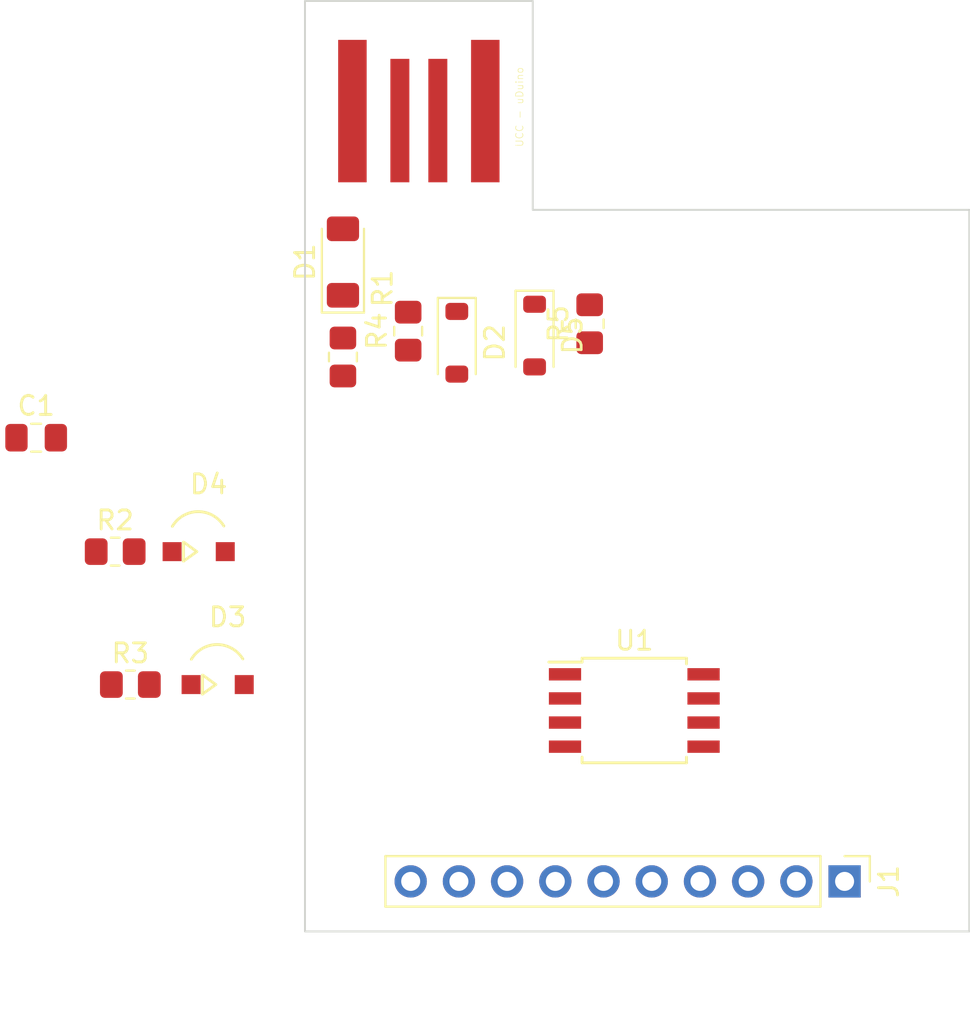
<source format=kicad_pcb>
(kicad_pcb (version 20240108) (generator "pcbnew") (generator_version "8.0")
  (layers (0 "F.Cu" signal) (31 "B.Cu" signal) (34 "B.Paste" user) (35 "F.Paste" user) (36 "B.SilkS" user "B.Silkscreen") (37 "F.SilkS" user "F.Silkscreen") (38 "B.Mask" user) (39 "F.Mask" user) (44 "Edge.Cuts" user))
  (net 0 "")
  (net 1 "+5V")
  (net 5 "Net-(D4-K)")
  (net 6 "GND")
  (net 7 "Net-(D1-A)")
  (net 8 "Net-(D2-K)")
  (net 9 "Net-(D3-K)")
  (net 10 "Net-(D4-A)")
  (net 11 "Net-(D5-K)")
  (net 12 "Net-(J1-Pin_4)")
  (net 13 "Net-(J1-Pin_7)")
  (net 14 "Net-(J1-Pin_6)")
  (net 15 "Net-(J1-Pin_10)")
  (net 16 "Net-(J1-Pin_8)")
  (footprint "ledSmd:ledSMD" (layer "F.Cu") (at 191.8 77)
    (property "Reference" "D4" (at 0.125 -3.55 0) (layer "F.SilkS"))
    (property "Value" "LED")
    (fp_line (start -1.2 0.5) (end -1.2 -0.5) (stroke (width 0.15)) (layer "F.SilkS"))
    (fp_line (start -1.15 -0.475) (end -0.5 0) (stroke (width 0.15)) (layer "F.SilkS"))
    (fp_line (start -0.5 0) (end -1.2 0.5) (stroke (width 0.15)) (layer "F.SilkS"))
    (fp_arc (start -1.786089 -1.331572) (mid -0.435753 -2.107089) (end 0.924999 -1.349999) (stroke (width 0.15)) (layer "F.SilkS"))
    (pad "1" smd rect (at -1.8 0) (size 1 1) (layers "F.Cu" "F.Paste" "F.Mask") (net 5 "Net-(D4-K)"))
    (pad "2" smd rect (at 1 0) (size 1 1) (layers "F.Cu" "F.Paste" "F.Mask") (net 10 "Net-(D4-A)"))
  )
  (footprint "Package_SO:SOIC-8W_5.3x5.3mm_P1.27mm" (layer "F.Cu") (at 214.35 85.365)
    (property "Reference" "U1" (at 0 -3.68 360) (layer "F.SilkS"))
    (property "Value" "ATtiny85-20S")
    (fp_line (start -2.75 -2.755) (end -2.75 -2.55) (stroke (width 0.15)) (layer "F.SilkS"))
    (fp_line (start -2.75 -2.755) (end 2.75 -2.755) (stroke (width 0.15)) (layer "F.SilkS"))
    (fp_line (start -2.75 -2.55) (end -4.5 -2.55) (stroke (width 0.15)) (layer "F.SilkS"))
    (fp_line (start -2.75 2.755) (end -2.75 2.455) (stroke (width 0.15)) (layer "F.SilkS"))
    (fp_line (start -2.75 2.755) (end 2.75 2.755) (stroke (width 0.15)) (layer "F.SilkS"))
    (fp_line (start 2.75 -2.755) (end 2.75 -2.455) (stroke (width 0.15)) (layer "F.SilkS"))
    (fp_line (start 2.75 2.755) (end 2.75 2.455) (stroke (width 0.15)) (layer "F.SilkS"))
    (pad "1" smd rect (at -3.65 -1.905) (size 1.7 0.65) (layers "F.Cu" "F.Paste" "F.Mask") (net 15 "Net-(J1-Pin_10)"))
    (pad "2" smd rect (at -3.65 -0.635) (size 1.7 0.65) (layers "F.Cu" "F.Paste" "F.Mask") (net 13 "Net-(J1-Pin_7)"))
    (pad "3" smd rect (at -3.65 0.635) (size 1.7 0.65) (layers "F.Cu" "F.Paste" "F.Mask") (net 16 "Net-(J1-Pin_8)"))
    (pad "4" smd rect (at -3.65 1.905) (size 1.7 0.65) (layers "F.Cu" "F.Paste" "F.Mask") (net 6 "GND"))
    (pad "5" smd rect (at 3.65 1.905) (size 1.7 0.65) (layers "F.Cu" "F.Paste" "F.Mask") (net 12 "Net-(J1-Pin_4)"))
    (pad "6" smd rect (at 3.65 0.635) (size 1.7 0.65) (layers "F.Cu" "F.Paste" "F.Mask") (net 10 "Net-(D4-A)"))
    (pad "7" smd rect (at 3.65 -0.635) (size 1.7 0.65) (layers "F.Cu" "F.Paste" "F.Mask") (net 14 "Net-(J1-Pin_6)"))
    (pad "8" smd rect (at 3.65 -1.905) (size 1.7 0.65) (layers "F.Cu" "F.Paste" "F.Mask") (net 1 "+5V"))
  )
  (footprint "ledSmd:ledSMD" (layer "F.Cu") (at 192.8 84)
    (property "Reference" "D3" (at 0.125 -3.55 0) (layer "F.SilkS"))
    (property "Value" "LED")
    (fp_line (start -1.2 0.5) (end -1.2 -0.5) (stroke (width 0.15)) (layer "F.SilkS"))
    (fp_line (start -1.15 -0.475) (end -0.5 0) (stroke (width 0.15)) (layer "F.SilkS"))
    (fp_line (start -0.5 0) (end -1.2 0.5) (stroke (width 0.15)) (layer "F.SilkS"))
    (fp_arc (start -1.786089 -1.331572) (mid -0.435753 -2.107089) (end 0.924999 -1.349999) (stroke (width 0.15)) (layer "F.SilkS"))
    (pad "1" smd rect (at -1.8 0) (size 1 1) (layers "F.Cu" "F.Paste" "F.Mask") (net 9 "Net-(D3-K)"))
    (pad "2" smd rect (at 1 0) (size 1 1) (layers "F.Cu" "F.Paste" "F.Mask") (net 1 "+5V"))
  )
  (footprint "Resistor_SMD:R_0805_2012Metric_Pad1.20x1.40mm_HandSolder" (layer "F.Cu") (at 202.436365 65.38843 90)
    (property "Reference" "R4" (at 0 -1.65 90) (layer "F.SilkS"))
    (property "Value" "R")
    (fp_line (start -0.227064 -0.735) (end 0.227064 -0.735) (stroke (width 0.12)) (layer "F.SilkS"))
    (fp_line (start -0.227064 0.735) (end 0.227064 0.735) (stroke (width 0.12)) (layer "F.SilkS"))
    (pad "1" smd roundrect (at -1 0 90) (size 1.2 1.4) (layers "F.Cu" "F.Paste" "F.Mask") (roundrect_rratio 0.208333) (net 13 "Net-(J1-Pin_7)"))
    (pad "2" smd roundrect (at 1 0 90) (size 1.2 1.4) (layers "F.Cu" "F.Paste" "F.Mask") (roundrect_rratio 0.208333) (net 8 "Net-(D2-K)"))
  )
  (footprint "embeddedPcbUsb:USB_A_UCC" (layer "F.Cu") (at 203 54 -90)
    (property "Reference" "J2" (hide yes))
    (property "Value" "USB_A" (hide yes))
    (fp_text user "UCC - uDuino" (at -2.54 -5.08 90) (layer "F.SilkS") (effects (font (size 0.38608 0.38608) (thickness 0.032512)) (justify right top)))
    (pad "1" smd rect (at -0.2 3.5 270) (size 7.5 1.5) (layers "F.Cu" "F.Paste" "F.Mask") (net 7 "Net-(D1-A)"))
    (pad "2" smd rect (at 0.3 1 270) (size 6.5 1) (layers "F.Cu" "F.Paste" "F.Mask") (net 8 "Net-(D2-K)"))
    (pad "3" smd rect (at 0.3 -1 270) (size 6.5 1) (layers "F.Cu" "F.Paste" "F.Mask") (net 11 "Net-(D5-K)"))
    (pad "4" smd rect (at -0.2 -3.5 270) (size 7.5 1.5) (layers "F.Cu" "F.Paste" "F.Mask"))
  )
  (footprint "Resistor_SMD:R_0805_2012Metric_Pad1.20x1.40mm_HandSolder" (layer "F.Cu") (at 187 77)
    (property "Reference" "R2" (at 0 -1.65 0) (layer "F.SilkS"))
    (property "Value" "R")
    (fp_line (start -0.227064 -0.735) (end 0.227064 -0.735) (stroke (width 0.12)) (layer "F.SilkS"))
    (fp_line (start -0.227064 0.735) (end 0.227064 0.735) (stroke (width 0.12)) (layer "F.SilkS"))
    (pad "1" smd roundrect (at -1 0) (size 1.2 1.4) (layers "F.Cu" "F.Paste" "F.Mask") (roundrect_rratio 0.208333) (net 6 "GND"))
    (pad "2" smd roundrect (at 1 0) (size 1.2 1.4) (layers "F.Cu" "F.Paste" "F.Mask") (roundrect_rratio 0.208333) (net 5 "Net-(D4-K)"))
  )
  (footprint "Capacitor_SMD:C_0805_2012Metric_Pad1.18x1.45mm_HandSolder" (layer "F.Cu") (at 182.8375 71)
    (property "Reference" "C1" (at 0 -1.68 0) (layer "F.SilkS"))
    (property "Value" "C")
    (fp_line (start -0.261252 -0.735) (end 0.261252 -0.735) (stroke (width 0.12)) (layer "F.SilkS"))
    (fp_line (start -0.261252 0.735) (end 0.261252 0.735) (stroke (width 0.12)) (layer "F.SilkS"))
    (pad "1" smd roundrect (at -1.0375 0) (size 1.175 1.45) (layers "F.Cu" "F.Paste" "F.Mask") (roundrect_rratio 0.212766) (net 1 "+5V"))
    (pad "2" smd roundrect (at 1.0375 0) (size 1.175 1.45) (layers "F.Cu" "F.Paste" "F.Mask") (roundrect_rratio 0.212766) (net 6 "GND"))
  )
  (footprint "Connector_PinHeader_2.54mm:PinHeader_1x10_P2.54mm_Vertical" (layer "F.Cu") (at 225.43 94.365 -90)
    (property "Reference" "J1" (at 0 -2.33 90) (layer "F.SilkS"))
    (property "Value" "Conn_01x10_Socket")
    (fp_line (start -1.33 24.19) (end 1.33 24.19) (stroke (width 0.12)) (layer "F.SilkS"))
    (fp_line (start -1.33 1.27) (end -1.33 24.19) (stroke (width 0.12)) (layer "F.SilkS"))
    (fp_line (start -1.33 1.27) (end 1.33 1.27) (stroke (width 0.12)) (layer "F.SilkS"))
    (fp_line (start 1.33 1.27) (end 1.33 24.19) (stroke (width 0.12)) (layer "F.SilkS"))
    (fp_line (start -1.33 0) (end -1.33 -1.33) (stroke (width 0.12)) (layer "F.SilkS"))
    (fp_line (start -1.33 -1.33) (end 0 -1.33) (stroke (width 0.12)) (layer "F.SilkS"))
    (pad "1" thru_hole rect (at 0 0 270) (size 1.7 1.7) (drill 1) (layers "*.Cu" "*.Mask") (net 1 "+5V"))
    (pad "2" thru_hole oval (at 0 2.54 270) (size 1.7 1.7) (drill 1) (layers "*.Cu" "*.Mask") (net 6 "GND"))
    (pad "3" thru_hole oval (at 0 5.08 270) (size 1.7 1.7) (drill 1) (layers "*.Cu" "*.Mask"))
    (pad "4" thru_hole oval (at 0 7.62 270) (size 1.7 1.7) (drill 1) (layers "*.Cu" "*.Mask") (net 12 "Net-(J1-Pin_4)"))
    (pad "5" thru_hole oval (at 0 10.16 270) (size 1.7 1.7) (drill 1) (layers "*.Cu" "*.Mask") (net 10 "Net-(D4-A)"))
    (pad "6" thru_hole oval (at 0 12.7 270) (size 1.7 1.7) (drill 1) (layers "*.Cu" "*.Mask") (net 14 "Net-(J1-Pin_6)"))
    (pad "7" thru_hole oval (at 0 15.24 270) (size 1.7 1.7) (drill 1) (layers "*.Cu" "*.Mask") (net 13 "Net-(J1-Pin_7)"))
    (pad "8" thru_hole oval (at 0 17.78 270) (size 1.7 1.7) (drill 1) (layers "*.Cu" "*.Mask") (net 16 "Net-(J1-Pin_8)"))
    (pad "9" thru_hole oval (at 0 20.32 270) (size 1.7 1.7) (drill 1) (layers "*.Cu" "*.Mask"))
    (pad "10" thru_hole oval (at 0 22.86 270) (size 1.7 1.7) (drill 1) (layers "*.Cu" "*.Mask") (net 15 "Net-(J1-Pin_10)"))
  )
  (footprint "Diode_SMD:D_SOD-123" (layer "F.Cu") (at 209.097108 65.621075 -90)
    (property "Reference" "D5" (at 0 -2 90) (layer "F.SilkS"))
    (property "Value" "D_Zener")
    (fp_line (start -2.36 1) (end 1.65 1) (stroke (width 0.12)) (layer "F.SilkS"))
    (fp_line (start -2.36 -1) (end -2.36 1) (stroke (width 0.12)) (layer "F.SilkS"))
    (fp_line (start -2.36 -1) (end 1.65 -1) (stroke (width 0.12)) (layer "F.SilkS"))
    (pad "1" smd roundrect (at -1.65 0 270) (size 0.9 1.2) (layers "F.Cu" "F.Paste" "F.Mask") (net 11 "Net-(D5-K)"))
    (pad "2" smd roundrect (at 1.65 0 270) (size 0.9 1.2) (layers "F.Cu" "F.Paste" "F.Mask") (net 6 "GND"))
  )
  (footprint "Diode_SMD:D_MiniMELF" (layer "F.Cu") (at 199 61.75 90)
    (property "Reference" "D1" (at 0 -2 90) (layer "F.SilkS"))
    (property "Value" "D_Filled")
    (fp_line (start 1.75 -1.11) (end -2.66 -1.11) (stroke (width 0.12)) (layer "F.SilkS"))
    (fp_line (start -2.66 -1.11) (end -2.66 1.11) (stroke (width 0.12)) (layer "F.SilkS"))
    (fp_line (start -2.66 1.11) (end 1.75 1.11) (stroke (width 0.12)) (layer "F.SilkS"))
    (pad "1" smd roundrect (at -1.75 0 90) (size 1.3 1.7) (layers "F.Cu" "F.Paste" "F.Mask") (roundrect_rratio 0.1923076923) (net 1 "+5V"))
    (pad "2" smd roundrect (at 1.75 0 90) (size 1.3 1.7) (layers "F.Cu" "F.Paste" "F.Mask") (roundrect_rratio 0.1923076923) (net 7 "Net-(D1-A)"))
  )
  (footprint "Diode_SMD:D_SOD-123" (layer "F.Cu") (at 205 66 -90)
    (property "Reference" "D2" (at 0 -2 90) (layer "F.SilkS"))
    (property "Value" "D_Zener")
    (fp_line (start -2.36 1) (end 1.65 1) (stroke (width 0.12)) (layer "F.SilkS"))
    (fp_line (start -2.36 -1) (end -2.36 1) (stroke (width 0.12)) (layer "F.SilkS"))
    (fp_line (start -2.36 -1) (end 1.65 -1) (stroke (width 0.12)) (layer "F.SilkS"))
    (pad "1" smd roundrect (at -1.65 0 270) (size 0.9 1.2) (layers "F.Cu" "F.Paste" "F.Mask") (net 8 "Net-(D2-K)"))
    (pad "2" smd roundrect (at 1.65 0 270) (size 0.9 1.2) (layers "F.Cu" "F.Paste" "F.Mask") (net 6 "GND"))
  )
  (footprint "Resistor_SMD:R_0805_2012Metric_Pad1.20x1.40mm_HandSolder" (layer "F.Cu") (at 199 66.75 -90)
    (property "Reference" "R1" (at -3.61157 -2.086365 90) (layer "F.SilkS"))
    (property "Value" "R")
    (fp_line (start -0.227064 0.735) (end 0.227064 0.735) (stroke (width 0.12)) (layer "F.SilkS"))
    (fp_line (start -0.227064 -0.735) (end 0.227064 -0.735) (stroke (width 0.12)) (layer "F.SilkS"))
    (pad "1" smd roundrect (at -1 0 270) (size 1.2 1.4) (layers "F.Cu" "F.Paste" "F.Mask") (roundrect_rratio 0.208333) (net 1 "+5V"))
    (pad "2" smd roundrect (at 1 0 270) (size 1.2 1.4) (layers "F.Cu" "F.Paste" "F.Mask") (roundrect_rratio 0.208333) (net 11 "Net-(D5-K)"))
  )
  (footprint "Resistor_SMD:R_0805_2012Metric_Pad1.20x1.40mm_HandSolder" (layer "F.Cu") (at 212 65 90)
    (property "Reference" "R5" (at 0 -1.65 90) (layer "F.SilkS"))
    (property "Value" "R")
    (fp_line (start -0.227064 -0.735) (end 0.227064 -0.735) (stroke (width 0.12)) (layer "F.SilkS"))
    (fp_line (start -0.227064 0.735) (end 0.227064 0.735) (stroke (width 0.12)) (layer "F.SilkS"))
    (pad "1" smd roundrect (at -1 0 90) (size 1.2 1.4) (layers "F.Cu" "F.Paste" "F.Mask") (roundrect_rratio 0.208333) (net 14 "Net-(J1-Pin_6)"))
    (pad "2" smd roundrect (at 1 0 90) (size 1.2 1.4) (layers "F.Cu" "F.Paste" "F.Mask") (roundrect_rratio 0.208333) (net 11 "Net-(D5-K)"))
  )
  (footprint "Resistor_SMD:R_0805_2012Metric_Pad1.20x1.40mm_HandSolder" (layer "F.Cu") (at 187.8 84)
    (property "Reference" "R3" (at 0 -1.65 360) (layer "F.SilkS"))
    (property "Value" "R")
    (fp_line (start -0.227064 -0.735) (end 0.227064 -0.735) (stroke (width 0.12)) (layer "F.SilkS"))
    (fp_line (start -0.227064 0.735) (end 0.227064 0.735) (stroke (width 0.12)) (layer "F.SilkS"))
    (pad "1" smd roundrect (at -1 0) (size 1.2 1.4) (layers "F.Cu" "F.Paste" "F.Mask") (roundrect_rratio 0.208333) (net 6 "GND"))
    (pad "2" smd roundrect (at 1 0) (size 1.2 1.4) (layers "F.Cu" "F.Paste" "F.Mask") (roundrect_rratio 0.208333) (net 9 "Net-(D3-K)"))
  )
  (gr_poly (pts (xy 209 59) (xy 209 48) (xy 197 48) (xy 197 97) (xy 232 97) (xy 232 59)) (stroke (width 0.1)) (fill none) (layer "Edge.Cuts"))
  (segment (start 199.5 59.5) (end 199 60) (width 0.25) (layer "F.Cu") (net 7))
  (segment (start 204.96157 64.38843) (end 205 64.35) (width 0.25) (layer "F.Cu") (net 8))
  (segment (start 202 63.952065) (end 202.436365 64.38843) (width 0.25) (layer "F.Cu") (net 8))
  (segment (start 211.971075 63.971075) (end 212 64) (width 0.25) (layer "F.Cu") (net 11))
)
</source>
